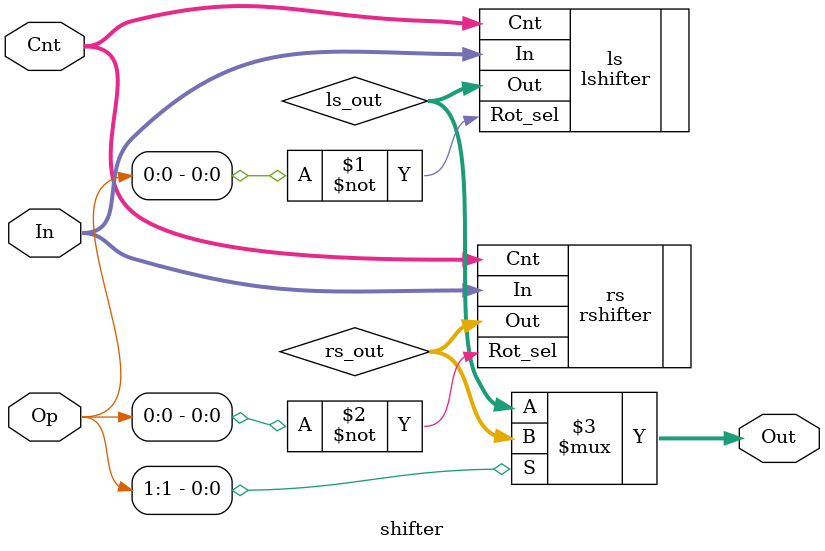
<source format=v>
/*
 * 16-bit Barrel Shifter for Project
 * Opcodes:
 * 00 - Rotate left
 * 01 - Left shift
 * 10 - Rotate right
 * 11 - Logical right shift
 */

module shifter (In, Cnt, Op, Out);   
    input [15:0] In;
    input [3:0]  Cnt;
    input [1:0]  Op;
    output [15:0] Out;

    wire [15:0] ls_out, rs_out;

    lshifter ls(.In (In), .Cnt(Cnt), .Rot_sel (~Op[0]), .Out(ls_out));
    rshifter rs(.In (In), .Cnt(Cnt), .Rot_sel (~Op[0]), .Out(rs_out));

    assign Out = (Op[1]) ? rs_out : ls_out;

endmodule


</source>
